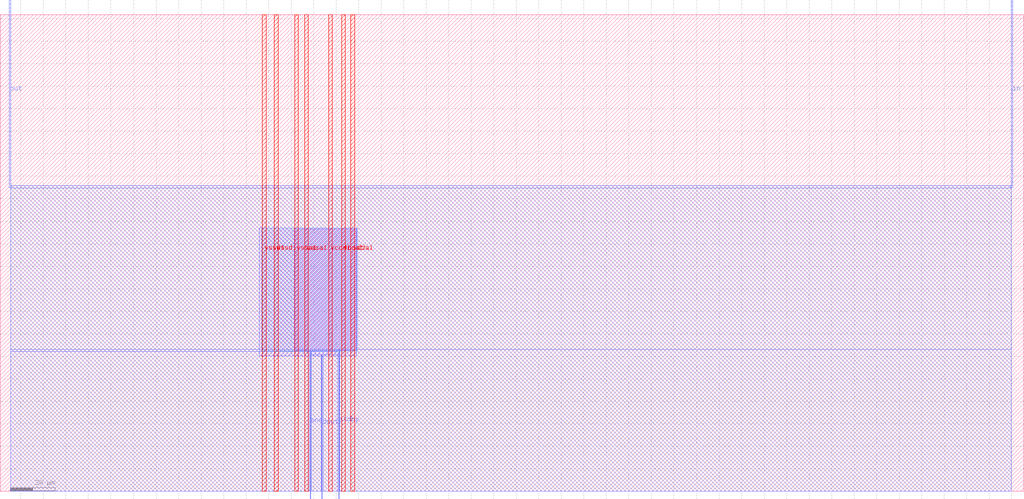
<source format=lef>
VERSION 5.7 ;
  NOWIREEXTENSIONATPIN ON ;
  DIVIDERCHAR "/" ;
  BUSBITCHARS "[]" ;
MACRO sky130_ef_ip__xtal_osc_16M_DI
  CLASS BLOCK ;
  FOREIGN sky130_ef_ip__xtal_osc_16M_DI ;
  ORIGIN -70.855 0.000 ;
  SIZE 454.445 BY 211.800 ;
  PIN dout
    ANTENNADIFFAREA 0.435000 ;
    PORT
      LAYER met2 ;
        RECT 213.640 -3.280 213.920 60.465 ;
    END
  END dout
  PIN in
    ANTENNAGATEAREA 0.420000 ;
    ANTENNADIFFAREA 0.526800 ;
    PORT
      LAYER met2 ;
        RECT 519.780 134.970 520.420 218.525 ;
    END
  END in
  PIN ena
    ANTENNAGATEAREA 0.510000 ;
    PORT
      LAYER met2 ;
        RECT 208.390 -3.280 208.670 61.955 ;
    END
  END ena
  PIN stdby
    ANTENNAGATEAREA 0.510000 ;
    PORT
      LAYER met2 ;
        RECT 221.075 -3.280 221.355 62.785 ;
    END
  END stdby
  PIN out
    PORT
      LAYER met2 ;
        RECT 74.780 134.970 75.420 218.525 ;
    END
  END out
  PIN vssd1
    ANTENNADIFFAREA 21.305099 ;
    PORT
      LAYER met4 ;
        RECT 187.275 0.000 188.875 211.800 ;
    END
    PORT
      LAYER met4 ;
        RECT 192.605 0.000 194.205 211.800 ;
    END
  END vssd1
  PIN vdda1
    ANTENNADIFFAREA 98.890800 ;
    PORT
      LAYER met4 ;
        RECT 226.550 0.000 228.150 211.800 ;
    END
    PORT
      LAYER met4 ;
        RECT 222.405 0.000 224.005 211.800 ;
    END
  END vdda1
  PIN vccd1
    ANTENNADIFFAREA 4.959600 ;
    PORT
      LAYER met4 ;
        RECT 216.610 0.000 218.210 211.800 ;
    END
  END vccd1
  PIN vssa1
    ANTENNADIFFAREA 81.684601 ;
    PORT
      LAYER met4 ;
        RECT 206.090 0.000 207.690 211.800 ;
    END
    PORT
      LAYER met4 ;
        RECT 201.565 0.000 203.165 211.800 ;
    END
  END vssa1
  OBS
      LAYER li1 ;
        RECT 201.420 62.550 229.015 116.595 ;
      LAYER met1 ;
        RECT 185.745 60.240 229.045 117.060 ;
      LAYER met2 ;
        RECT 75.700 134.690 519.500 135.970 ;
        RECT 75.420 63.065 519.780 134.690 ;
        RECT 75.420 62.235 220.795 63.065 ;
        RECT 75.420 0.000 208.110 62.235 ;
        RECT 208.950 60.745 220.795 62.235 ;
        RECT 208.950 0.000 213.360 60.745 ;
        RECT 214.200 0.000 220.795 60.745 ;
        RECT 221.635 0.000 519.780 63.065 ;
      LAYER met3 ;
        RECT 186.875 62.420 229.275 117.060 ;
  END
END sky130_ef_ip__xtal_osc_16M_DI
END LIBRARY


</source>
